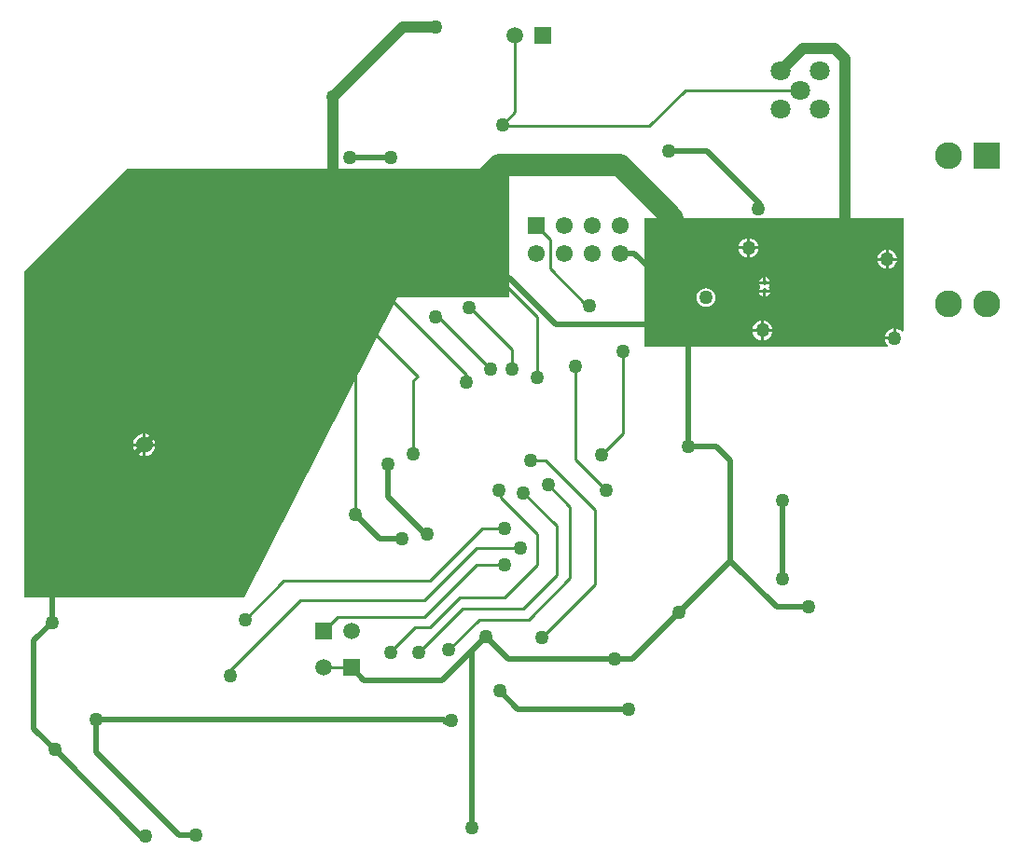
<source format=gbr>
%TF.GenerationSoftware,Altium Limited,Altium Designer,19.1.8 (144)*%
G04 Layer_Physical_Order=2*
G04 Layer_Color=16711680*
%FSLAX25Y25*%
%MOIN*%
%TF.FileFunction,Copper,L2,Bot,Signal*%
%TF.Part,Single*%
G01*
G75*
%TA.AperFunction,Conductor*%
%ADD10C,0.01000*%
%ADD37C,0.01968*%
%ADD38C,0.03937*%
%TA.AperFunction,ComponentPad*%
%ADD39C,0.09646*%
%ADD40R,0.09646X0.09646*%
%ADD41C,0.06102*%
%ADD42R,0.06102X0.06102*%
%ADD43C,0.05906*%
%ADD44R,0.05906X0.05906*%
%TA.AperFunction,ViaPad*%
%ADD45C,0.06000*%
%TA.AperFunction,ComponentPad*%
%ADD46C,0.07087*%
%TA.AperFunction,ViaPad*%
%ADD47C,0.05000*%
%ADD48C,0.01968*%
%ADD49C,0.07087*%
%TA.AperFunction,Conductor*%
%ADD50C,0.07874*%
G36*
X193898Y239173D02*
X153885Y239173D01*
X99185Y131693D01*
X20472D01*
Y248425D01*
X57185Y285138D01*
X193898Y285138D01*
X193898Y239173D01*
D02*
G37*
G36*
X334646Y226875D02*
X334146Y226706D01*
X333992Y226906D01*
X333261Y227467D01*
X332410Y227819D01*
X331996Y227874D01*
Y224410D01*
X331496D01*
Y223909D01*
X328032D01*
X328086Y223496D01*
X328439Y222644D01*
X329000Y221913D01*
X329200Y221760D01*
X329030Y221260D01*
X242126D01*
Y267520D01*
X282360D01*
X282874Y267452D01*
X283388Y267520D01*
X334646D01*
Y226875D01*
D02*
G37*
%LPC*%
G36*
X63772Y190193D02*
Y186724D01*
X67240D01*
X67169Y187269D01*
X66766Y188242D01*
X66124Y189077D01*
X65289Y189718D01*
X64316Y190121D01*
X63772Y190193D01*
D02*
G37*
G36*
X62772D02*
X62227Y190121D01*
X61254Y189718D01*
X60419Y189077D01*
X59778Y188242D01*
X59375Y187269D01*
X59303Y186724D01*
X62772D01*
Y190193D01*
D02*
G37*
G36*
X67240Y185724D02*
X63772D01*
Y182256D01*
X64316Y182327D01*
X65289Y182730D01*
X66124Y183372D01*
X66766Y184207D01*
X67169Y185180D01*
X67240Y185724D01*
D02*
G37*
G36*
X62772D02*
X59303D01*
X59375Y185180D01*
X59778Y184207D01*
X60419Y183372D01*
X61254Y182730D01*
X62227Y182327D01*
X62772Y182256D01*
Y185724D01*
D02*
G37*
G36*
X279772Y260189D02*
Y257224D01*
X282736D01*
X282682Y257638D01*
X282329Y258489D01*
X281768Y259221D01*
X281037Y259782D01*
X280185Y260134D01*
X279772Y260189D01*
D02*
G37*
G36*
X278772D02*
X278358Y260134D01*
X277507Y259782D01*
X276775Y259221D01*
X276214Y258489D01*
X275862Y257638D01*
X275807Y257224D01*
X278772D01*
Y260189D01*
D02*
G37*
G36*
X282736Y256224D02*
X279772D01*
Y253260D01*
X280185Y253314D01*
X281037Y253667D01*
X281768Y254228D01*
X282329Y254959D01*
X282682Y255811D01*
X282736Y256224D01*
D02*
G37*
G36*
X278772D02*
X275807D01*
X275862Y255811D01*
X276214Y254959D01*
X276775Y254228D01*
X277507Y253667D01*
X278358Y253314D01*
X278772Y253260D01*
Y256224D01*
D02*
G37*
G36*
X329339Y256122D02*
Y253158D01*
X332303D01*
X332249Y253571D01*
X331896Y254423D01*
X331335Y255154D01*
X330604Y255715D01*
X329752Y256067D01*
X329339Y256122D01*
D02*
G37*
G36*
X328339D02*
X327925Y256067D01*
X327074Y255715D01*
X326342Y255154D01*
X325781Y254423D01*
X325429Y253571D01*
X325374Y253158D01*
X328339D01*
Y256122D01*
D02*
G37*
G36*
X332303Y252158D02*
X329339D01*
Y249193D01*
X329752Y249248D01*
X330604Y249600D01*
X331335Y250161D01*
X331896Y250892D01*
X332249Y251744D01*
X332303Y252158D01*
D02*
G37*
G36*
X328339D02*
X325374D01*
X325429Y251744D01*
X325781Y250892D01*
X326342Y250161D01*
X327074Y249600D01*
X327925Y249248D01*
X328339Y249193D01*
Y252158D01*
D02*
G37*
G36*
X285531Y246270D02*
Y244847D01*
X286955D01*
X286901Y245121D01*
X286462Y245777D01*
X285806Y246216D01*
X285531Y246270D01*
D02*
G37*
G36*
X284531D02*
X284257Y246216D01*
X283601Y245777D01*
X283162Y245121D01*
X283108Y244847D01*
X284531D01*
Y246270D01*
D02*
G37*
G36*
X286955Y243847D02*
X283108D01*
X283162Y243572D01*
X283456Y243132D01*
X283560Y242772D01*
X283456Y242411D01*
X283162Y241971D01*
X283108Y241697D01*
X286955D01*
X286901Y241971D01*
X286607Y242411D01*
X286503Y242772D01*
X286607Y243132D01*
X286901Y243572D01*
X286955Y243847D01*
D02*
G37*
G36*
Y240697D02*
X285531D01*
Y239273D01*
X285806Y239328D01*
X286462Y239766D01*
X286901Y240423D01*
X286955Y240697D01*
D02*
G37*
G36*
X284531D02*
X283108D01*
X283162Y240423D01*
X283601Y239766D01*
X284257Y239328D01*
X284531Y239273D01*
Y240697D01*
D02*
G37*
G36*
X264075Y242292D02*
X263217Y242179D01*
X262417Y241848D01*
X261730Y241321D01*
X261203Y240634D01*
X260872Y239835D01*
X260759Y238976D01*
X260872Y238118D01*
X261203Y237318D01*
X261730Y236632D01*
X262417Y236105D01*
X263217Y235774D01*
X264075Y235661D01*
X264933Y235774D01*
X265733Y236105D01*
X266419Y236632D01*
X266946Y237318D01*
X267278Y238118D01*
X267391Y238976D01*
X267278Y239835D01*
X266946Y240634D01*
X266419Y241321D01*
X265733Y241848D01*
X264933Y242179D01*
X264075Y242292D01*
D02*
G37*
G36*
X284772Y230689D02*
Y227724D01*
X287736D01*
X287682Y228138D01*
X287329Y228990D01*
X286768Y229721D01*
X286037Y230282D01*
X285185Y230634D01*
X284772Y230689D01*
D02*
G37*
G36*
X283772D02*
X283358Y230634D01*
X282507Y230282D01*
X281775Y229721D01*
X281214Y228990D01*
X280862Y228138D01*
X280807Y227724D01*
X283772D01*
Y230689D01*
D02*
G37*
G36*
X330996Y227874D02*
X330582Y227819D01*
X329731Y227467D01*
X329000Y226906D01*
X328439Y226174D01*
X328086Y225323D01*
X328032Y224909D01*
X330996D01*
Y227874D01*
D02*
G37*
G36*
X287736Y226724D02*
X284772D01*
Y223760D01*
X285185Y223815D01*
X286037Y224167D01*
X286768Y224728D01*
X287329Y225459D01*
X287682Y226311D01*
X287736Y226724D01*
D02*
G37*
G36*
X283772D02*
X280807D01*
X280862Y226311D01*
X281214Y225459D01*
X281775Y224728D01*
X282507Y224167D01*
X283358Y223815D01*
X283772Y223760D01*
Y226724D01*
D02*
G37*
%LPD*%
D10*
X94095Y103740D02*
Y104134D01*
X93307Y104921D02*
X94095Y104134D01*
X93307Y104921D02*
X119095Y130709D01*
X221457Y236024D02*
X222441D01*
X208268Y249213D02*
X221457Y236024D01*
X208268Y249213D02*
Y259724D01*
X179429Y235728D02*
X194882Y220276D01*
X179429Y235433D02*
Y235728D01*
X228346Y169882D02*
Y170150D01*
X217321Y181175D02*
X228346Y170150D01*
X217321Y181175D02*
Y214274D01*
X203268Y264724D02*
X208268Y259724D01*
X159449Y182874D02*
Y209260D01*
X161020Y210831D01*
X163386Y124803D02*
X182087Y143504D01*
X191929D01*
X182087Y149409D02*
X197835D01*
X165354Y137598D02*
X184055Y156299D01*
X191929D01*
X151868Y112699D02*
X160035Y120866D01*
X165354D01*
X176181Y131693D01*
X191929D01*
X203740Y143504D01*
Y154331D01*
X190726Y167345D02*
X203740Y154331D01*
X190726Y167345D02*
Y169313D01*
X189961Y170079D02*
X190726Y169313D01*
X161417Y112008D02*
X177165Y127756D01*
X198819D01*
X210630Y139567D01*
Y157283D01*
X172244Y112992D02*
X183071Y123819D01*
X200787D01*
X215551Y138583D01*
Y164173D01*
X207677Y172047D02*
X215551Y164173D01*
X198819Y169095D02*
X210630Y157283D01*
X224410Y136362D02*
Y163189D01*
X206874Y180724D02*
X224410Y163189D01*
X201272Y180724D02*
X206874D01*
X132350Y124803D02*
X163386D01*
X163386Y130709D02*
X182087Y149409D01*
X119095Y130709D02*
X163386D01*
X205272Y117224D02*
X224410Y136362D01*
X99410Y123819D02*
X113189Y137598D01*
X165354D01*
X127272Y119724D02*
X132350Y124803D01*
X194882Y213386D02*
Y220276D01*
X167323Y232087D02*
X168307D01*
X187008Y213386D01*
X187992Y247835D02*
X203740Y232087D01*
Y210433D02*
Y232087D01*
X140748Y245866D02*
X143701D01*
X178272Y211295D01*
X125000Y246850D02*
X161020Y210831D01*
X113189Y245866D02*
X138772Y220284D01*
X234272Y190224D02*
Y219724D01*
X226772Y182724D02*
X234272Y190224D01*
X127272Y106724D02*
X137272D01*
X138772Y161224D02*
Y220284D01*
X178272Y208724D02*
Y211295D01*
X191772Y300224D02*
X243772D01*
X191272Y300724D02*
X191772Y300224D01*
X243772D02*
X256731Y313184D01*
X297731D01*
X195772Y305224D02*
Y332724D01*
X191272Y300724D02*
X195772Y305224D01*
D37*
X46161Y76335D02*
X75772Y46724D01*
X46161Y87894D02*
X170307D01*
X171095Y87106D01*
X46161Y76335D02*
Y87894D01*
X31272Y77224D02*
X63022Y45474D01*
X282874Y270768D02*
Y271835D01*
X283268Y272228D01*
X264272Y291224D02*
X283268Y272228D01*
X210539Y229224D02*
X247047D01*
X193898Y245866D02*
X210539Y229224D01*
X238583Y254724D02*
X244390Y248917D01*
X233268Y254724D02*
X238583D01*
X250772Y291224D02*
X264272D01*
X63272Y186224D02*
X105315Y228268D01*
X169713Y102165D02*
X180272Y112724D01*
X141831Y102165D02*
X169713D01*
X137272Y106724D02*
X141831Y102165D01*
X193272Y109724D02*
X231272D01*
X185272Y117724D02*
X193272Y109724D01*
X136811Y289173D02*
X151575D01*
X190272Y98224D02*
X196772Y91724D01*
X236272D01*
X257772Y185724D02*
Y224213D01*
X291272Y138224D02*
Y166224D01*
X272772Y144724D02*
X289272Y128224D01*
X300772D01*
X180272Y112724D02*
X185272Y117724D01*
X180272Y49224D02*
Y112724D01*
X138772Y161224D02*
X147272Y152724D01*
X155272D01*
X254272Y126224D02*
X272772Y144724D01*
Y180724D01*
X257772Y185724D02*
X267772D01*
X272772Y180724D01*
X237772Y109724D02*
X254272Y126224D01*
X231272Y109724D02*
X237772D01*
X150272Y167724D02*
X163272Y154724D01*
X150272Y167724D02*
Y179224D01*
X75772Y46724D02*
X81772D01*
X30272Y153224D02*
X63272Y186224D01*
X30272Y122724D02*
Y153224D01*
X23772Y116224D02*
X30272Y122724D01*
X23772Y84724D02*
Y116224D01*
Y84724D02*
X31272Y77224D01*
D38*
X130772Y310724D02*
X155772Y335724D01*
X167272D01*
X310236Y328051D02*
X313878Y324410D01*
Y265256D02*
Y324410D01*
X298679Y328051D02*
X310236D01*
X290772Y320144D02*
X298679Y328051D01*
X130772Y279224D02*
Y310724D01*
D39*
X350886Y236575D02*
D03*
Y289606D02*
D03*
X364272Y236575D02*
D03*
D40*
Y289606D02*
D03*
D41*
X233268Y254724D02*
D03*
X223268D02*
D03*
X213268D02*
D03*
X203268D02*
D03*
X233268Y264724D02*
D03*
X223268D02*
D03*
X213268D02*
D03*
D42*
X203268D02*
D03*
D43*
X137272Y119724D02*
D03*
X127272Y106724D02*
D03*
X195772Y332724D02*
D03*
D44*
X127272Y119724D02*
D03*
X137272Y106724D02*
D03*
X205772Y332724D02*
D03*
D45*
X63272Y186224D02*
D03*
D46*
X297731Y313184D02*
D03*
X290772Y306224D02*
D03*
Y320144D02*
D03*
X304691Y306224D02*
D03*
Y320144D02*
D03*
D47*
X46161Y87894D02*
D03*
X264075Y238976D02*
D03*
X94095Y103740D02*
D03*
X179429Y235433D02*
D03*
X173228Y87598D02*
D03*
X282874Y270768D02*
D03*
X328839Y252658D02*
D03*
X228346Y169882D02*
D03*
X217321Y214274D02*
D03*
X331496Y224410D02*
D03*
X159449Y182874D02*
D03*
X222441Y236024D02*
D03*
X191929Y143504D02*
D03*
X197835Y149409D02*
D03*
X191929Y156299D02*
D03*
X172244Y112992D02*
D03*
X151575Y112008D02*
D03*
X161417D02*
D03*
X189961Y170079D02*
D03*
X198819Y169095D02*
D03*
X207677Y172047D02*
D03*
X205272Y117224D02*
D03*
X99410Y123819D02*
D03*
X151575Y289173D02*
D03*
X136811D02*
D03*
X167323Y232087D02*
D03*
X194882Y213386D02*
D03*
X187008D02*
D03*
X203740Y210433D02*
D03*
X201272Y180724D02*
D03*
X190272Y98224D02*
D03*
X236272Y91724D02*
D03*
X234272Y219724D02*
D03*
X226772Y182724D02*
D03*
X250772Y291224D02*
D03*
X291272Y166224D02*
D03*
Y138224D02*
D03*
X300772Y128224D02*
D03*
X180272Y49224D02*
D03*
X254272Y126224D02*
D03*
X231272Y109724D02*
D03*
X185272Y117724D02*
D03*
X257772Y185724D02*
D03*
X155272Y152724D02*
D03*
X138772Y161224D02*
D03*
X164272Y154224D02*
D03*
X150272Y179224D02*
D03*
X178272Y208724D02*
D03*
X81772Y46724D02*
D03*
X63772Y46224D02*
D03*
X30272Y122724D02*
D03*
X31272Y77224D02*
D03*
X130772Y310724D02*
D03*
X279272Y256724D02*
D03*
X284272Y227224D02*
D03*
X167272Y335724D02*
D03*
X191272Y300724D02*
D03*
D48*
X285032Y241197D02*
D03*
Y244346D02*
D03*
D49*
X304691Y320144D02*
D03*
Y306224D02*
D03*
X290772Y320144D02*
D03*
Y306224D02*
D03*
X297731Y313184D02*
D03*
D50*
X251969Y267028D02*
X252215Y267274D01*
X233268Y286221D02*
X252215Y267274D01*
X251969Y261614D02*
Y267028D01*
X185531Y271457D02*
Y281791D01*
X183071Y271457D02*
X185531D01*
X189961Y286221D02*
X233268D01*
X185531Y281791D02*
X189961Y286221D01*
%TF.MD5,c46dc6adf46d811843f5f82b74a65929*%
M02*

</source>
